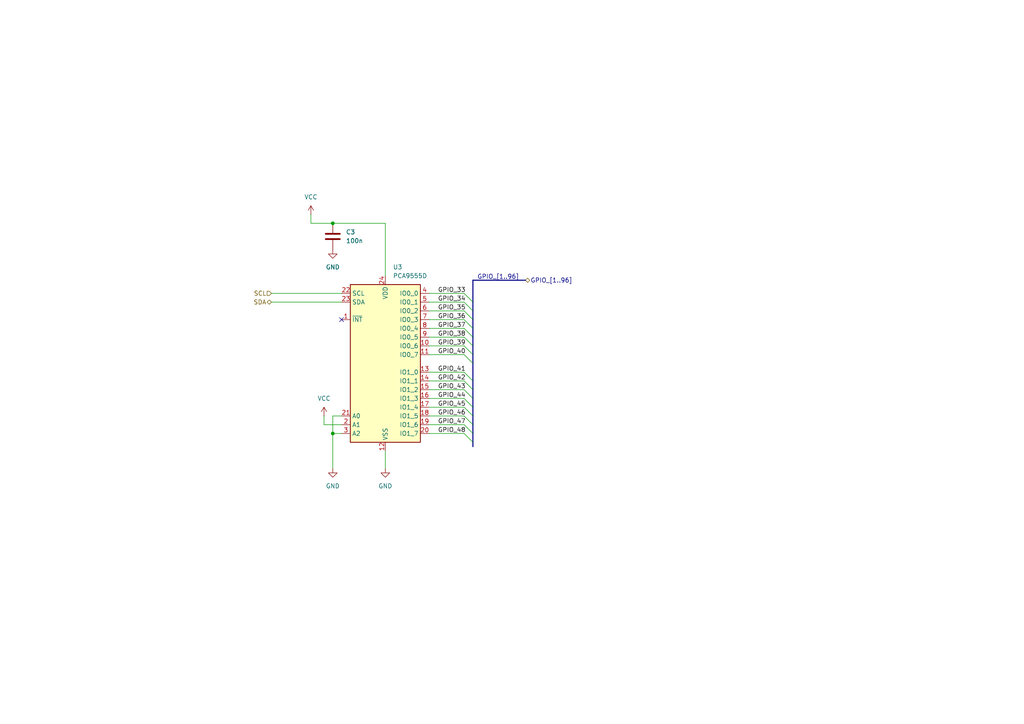
<source format=kicad_sch>
(kicad_sch (version 20231120) (generator "eeschema") (generator_version "8.0")
  (paper "A4")
  (lib_symbols
    (symbol "Device:C" (pin_numbers hide) (pin_names (offset 0.254))
      (property "Reference" "C" (at 0.635 2.54 0))
      (property "Value" "C" (at 0.635 -2.54 0))
      (symbol "C_0_1"
        (polyline (pts (xy -2.032 -0.762) (xy 2.032 -0.762)) (stroke (width 0.508)))
        (polyline (pts (xy -2.032 0.762) (xy 2.032 0.762)) (stroke (width 0.508)))
      )
      (symbol "C_1_1"
        (pin passive line (at 0 3.81 270) (length 2.794) (name "~") (number "1"))
        (pin passive line (at 0 -3.81 90) (length 2.794) (name "~") (number "2"))
      )
    )
    (symbol "Interface_Expansion:PCA9555D"
      (property "Reference" "U" (at -8.89 24.13 0))
      (property "Value" "PCA9555D" (at 6.35 24.13 0))
      (symbol "PCA9555D_0_1"
        (rectangle (start -10.16 22.86) (end 10.16 -22.86) (stroke (width 0.254)) (fill (type background)))
      )
      (symbol "PCA9555D_1_1"
        (pin open_collector line (at -12.7 12.7 0) (length 2.54) (name "~{INT}") (number "1"))
        (pin bidirectional line (at 12.7 5.08 180) (length 2.54) (name "IO0_6") (number "10"))
        (pin bidirectional line (at 12.7 2.54 180) (length 2.54) (name "IO0_7") (number "11"))
        (pin power_in line (at 0 -25.4 90) (length 2.54) (name "VSS") (number "12"))
        (pin bidirectional line (at 12.7 -2.54 180) (length 2.54) (name "IO1_0") (number "13"))
        (pin bidirectional line (at 12.7 -5.08 180) (length 2.54) (name "IO1_1") (number "14"))
        (pin bidirectional line (at 12.7 -7.62 180) (length 2.54) (name "IO1_2") (number "15"))
        (pin bidirectional line (at 12.7 -10.16 180) (length 2.54) (name "IO1_3") (number "16"))
        (pin bidirectional line (at 12.7 -12.7 180) (length 2.54) (name "IO1_4") (number "17"))
        (pin bidirectional line (at 12.7 -15.24 180) (length 2.54) (name "IO1_5") (number "18"))
        (pin bidirectional line (at 12.7 -17.78 180) (length 2.54) (name "IO1_6") (number "19"))
        (pin input line (at -12.7 -17.78 0) (length 2.54) (name "A1") (number "2"))
        (pin bidirectional line (at 12.7 -20.32 180) (length 2.54) (name "IO1_7") (number "20"))
        (pin input line (at -12.7 -15.24 0) (length 2.54) (name "A0") (number "21"))
        (pin input line (at -12.7 20.32 0) (length 2.54) (name "SCL") (number "22"))
        (pin bidirectional line (at -12.7 17.78 0) (length 2.54) (name "SDA") (number "23"))
        (pin power_in line (at 0 25.4 270) (length 2.54) (name "VDD") (number "24"))
        (pin input line (at -12.7 -20.32 0) (length 2.54) (name "A2") (number "3"))
        (pin bidirectional line (at 12.7 20.32 180) (length 2.54) (name "IO0_0") (number "4"))
        (pin bidirectional line (at 12.7 17.78 180) (length 2.54) (name "IO0_1") (number "5"))
        (pin bidirectional line (at 12.7 15.24 180) (length 2.54) (name "IO0_2") (number "6"))
        (pin bidirectional line (at 12.7 12.7 180) (length 2.54) (name "IO0_3") (number "7"))
        (pin bidirectional line (at 12.7 10.16 180) (length 2.54) (name "IO0_4") (number "8"))
        (pin bidirectional line (at 12.7 7.62 180) (length 2.54) (name "IO0_5") (number "9"))
      )
    )
    (symbol "power:GND" (power) (pin_numbers hide) (pin_names (offset 0) hide)
      (property "Value" "GND" (at 0 -3.81 0))
      (symbol "GND_0_1"
        (polyline (pts (xy 0 0) (xy 0 -1.27) (xy 1.27 -1.27) (xy 0 -2.54) (xy -1.27 -1.27) (xy 0 -1.27)))
      )
      (symbol "GND_1_1"
        (pin power_in line (at 0 0 270) (length 0) (name "~") (number "1"))
      )
    )
    (symbol "power:VCC" (power) (pin_numbers hide) (pin_names (offset 0) hide)
      (property "Value" "VCC" (at 0 3.556 0))
      (symbol "VCC_0_1"
        (polyline (pts (xy -0.762 1.27) (xy 0 2.54)))
        (polyline (pts (xy 0 0) (xy 0 2.54)))
        (polyline (pts (xy 0 2.54) (xy 0.762 1.27)))
      )
      (symbol "VCC_1_1"
        (pin power_in line (at 0 0 90) (length 0) (name "~") (number "1"))
      )
    )
  )
  (junction (at 96.52 64.77))
  (junction (at 96.52 125.73))
  (no_connect (at 99.06 92.71))
  (bus_entry (at 134.62 87.63) (size 2.54 2.54))
  (bus_entry (at 134.62 107.95) (size 2.54 2.54))
  (bus_entry (at 134.62 102.87) (size 2.54 2.54))
  (bus_entry (at 134.62 110.49) (size 2.54 2.54))
  (bus_entry (at 134.62 85.09) (size 2.54 2.54))
  (bus_entry (at 134.62 113.03) (size 2.54 2.54))
  (bus_entry (at 134.62 100.33) (size 2.54 2.54))
  (bus_entry (at 134.62 115.57) (size 2.54 2.54))
  (bus_entry (at 134.62 123.19) (size 2.54 2.54))
  (bus_entry (at 134.62 92.71) (size 2.54 2.54))
  (bus_entry (at 134.62 125.73) (size 2.54 2.54))
  (bus_entry (at 134.62 118.11) (size 2.54 2.54))
  (bus_entry (at 134.62 97.79) (size 2.54 2.54))
  (bus_entry (at 134.62 95.25) (size 2.54 2.54))
  (bus_entry (at 134.62 90.17) (size 2.54 2.54))
  (bus_entry (at 134.62 120.65) (size 2.54 2.54))
  (bus (pts (xy 137.16 102.87) (xy 137.16 105.41)))
  (wire (pts (xy 111.76 130.81) (xy 111.76 135.89)))
  (bus (pts (xy 137.16 120.65) (xy 137.16 123.19)))
  (wire (pts (xy 90.17 64.77) (xy 90.17 62.23)))
  (wire (pts (xy 78.74 85.09) (xy 99.06 85.09)))
  (wire (pts (xy 124.46 107.95) (xy 134.62 107.95)))
  (wire (pts (xy 124.46 120.65) (xy 134.62 120.65)))
  (bus (pts (xy 137.16 125.73) (xy 137.16 128.27)))
  (bus (pts (xy 137.16 110.49) (xy 137.16 113.03)))
  (wire (pts (xy 124.46 85.09) (xy 134.62 85.09)))
  (wire (pts (xy 124.46 110.49) (xy 134.62 110.49)))
  (wire (pts (xy 124.46 95.25) (xy 134.62 95.25)))
  (wire (pts (xy 99.06 123.19) (xy 93.98 123.19)))
  (wire (pts (xy 78.74 87.63) (xy 99.06 87.63)))
  (bus (pts (xy 137.16 113.03) (xy 137.16 115.57)))
  (wire (pts (xy 111.76 64.77) (xy 96.52 64.77)))
  (wire (pts (xy 124.46 102.87) (xy 134.62 102.87)))
  (bus (pts (xy 137.16 92.71) (xy 137.16 95.25)))
  (wire (pts (xy 111.76 80.01) (xy 111.76 64.77)))
  (wire (pts (xy 124.46 118.11) (xy 134.62 118.11)))
  (bus (pts (xy 137.16 81.28) (xy 137.16 87.63)))
  (bus (pts (xy 137.16 95.25) (xy 137.16 97.79)))
  (bus (pts (xy 137.16 97.79) (xy 137.16 100.33)))
  (wire (pts (xy 99.06 125.73) (xy 96.52 125.73)))
  (wire (pts (xy 124.46 123.19) (xy 134.62 123.19)))
  (bus (pts (xy 137.16 118.11) (xy 137.16 120.65)))
  (bus (pts (xy 137.16 115.57) (xy 137.16 118.11)))
  (wire (pts (xy 96.52 125.73) (xy 96.52 135.89)))
  (wire (pts (xy 124.46 113.03) (xy 134.62 113.03)))
  (wire (pts (xy 96.52 120.65) (xy 96.52 125.73)))
  (wire (pts (xy 124.46 87.63) (xy 134.62 87.63)))
  (wire (pts (xy 124.46 115.57) (xy 134.62 115.57)))
  (bus (pts (xy 137.16 87.63) (xy 137.16 90.17)))
  (wire (pts (xy 96.52 64.77) (xy 90.17 64.77)))
  (wire (pts (xy 93.98 123.19) (xy 93.98 120.65)))
  (wire (pts (xy 99.06 120.65) (xy 96.52 120.65)))
  (wire (pts (xy 124.46 97.79) (xy 134.62 97.79)))
  (wire (pts (xy 124.46 92.71) (xy 134.62 92.71)))
  (wire (pts (xy 124.46 90.17) (xy 134.62 90.17)))
  (wire (pts (xy 124.46 100.33) (xy 134.62 100.33)))
  (bus (pts (xy 137.16 90.17) (xy 137.16 92.71)))
  (bus (pts (xy 152.4 81.28) (xy 137.16 81.28)))
  (bus (pts (xy 137.16 105.41) (xy 137.16 110.49)))
  (bus (pts (xy 137.16 123.19) (xy 137.16 125.73)))
  (bus (pts (xy 137.16 100.33) (xy 137.16 102.87)))
  (wire (pts (xy 124.46 125.73) (xy 134.62 125.73)))
  (bus (pts (xy 137.16 128.27) (xy 137.16 129.54)))
  (label "GPIO_41" (at 127 107.95 0))
  (label "GPIO_35" (at 127 90.17 0))
  (label "GPIO_42" (at 127 110.49 0))
  (label "GPIO_48" (at 127 125.73 0))
  (label "GPIO_40" (at 127 102.87 0))
  (label "GPIO_34" (at 127 87.63 0))
  (label "GPIO_47" (at 127 123.19 0))
  (label "GPIO_44" (at 127 115.57 0))
  (label "GPIO_33" (at 127 85.09 0))
  (label "GPIO_36" (at 127 92.71 0))
  (label "GPIO_39" (at 127 100.33 0))
  (label "GPIO_45" (at 127 118.11 0))
  (label "GPIO_[1..96]" (at 138.43 81.28 0))
  (label "GPIO_46" (at 127 120.65 0))
  (label "GPIO_38" (at 127 97.79 0))
  (label "GPIO_43" (at 127 113.03 0))
  (label "GPIO_37" (at 127 95.25 0))
  (hierarchical_label "SDA" (shape bidirectional) (at 78.74 87.63 180))
  (hierarchical_label "GPIO_[1..96]" (shape bidirectional) (at 152.4 81.28 0))
  (hierarchical_label "SCL" (shape input) (at 78.74 85.09 180))
  (symbol (lib_id "power:VCC") (at 93.98 120.65 0) (unit 1)
    (property "Reference" "#PWR04" (effects (hide yes)))
    (property "Value" "VCC" (at 93.98 115.57 0))
    (property "Description" "Power symbol creates a global label with name \"VCC\"" (effects (hide yes)))
  )
  (symbol (lib_id "Interface_Expansion:PCA9555D") (at 111.76 105.41 0) (unit 1)
    (property "Reference" "U3" (at 113.9541 77.47 0) (effects (justify left)))
    (property "Value" "PCA9555D" (at 113.9541 80.01 0) (effects (justify left)))
    (property "Footprint" "Package_SO:SOIC-24W_7.5x15.4mm_P1.27mm" (effects (hide yes)))
    (property "Datasheet" "https://www.nxp.com/docs/en/data-sheet/PCA9555.pdf" (effects (hide yes)))
    (property "Description" "IO expander 16 GPIO, I2C 400kHz, Interrupt, 2.3 - 5.5V, SOIC-24" (effects (hide yes)))
  )
  (symbol (lib_id "power:GND") (at 111.76 135.89 0) (unit 1)
    (property "Reference" "#PWR09" (effects (hide yes)))
    (property "Value" "GND" (at 111.76 140.97 0))
    (property "Description" "Power symbol creates a global label with name \"GND\" , ground" (effects (hide yes)))
  )
  (symbol (lib_id "power:GND") (at 96.52 72.39 0) (unit 1)
    (property "Reference" "#PWR07" (effects (hide yes)))
    (property "Value" "GND" (at 96.52 77.47 0))
    (property "Description" "Power symbol creates a global label with name \"GND\" , ground" (effects (hide yes)))
  )
  (symbol (lib_id "Device:C") (at 96.52 68.58 0) (unit 1)
    (property "Reference" "C3" (at 100.33 67.3099 0) (effects (justify left)))
    (property "Value" "100n" (at 100.33 69.8499 0) (effects (justify left)))
    (property "Footprint" "Capacitor_SMD:C_0603_1608Metric_Pad1.08x0.95mm_HandSolder" (effects (hide yes)))
    (property "Description" "Unpolarized capacitor" (effects (hide yes)))
  )
  (symbol (lib_id "power:GND") (at 96.52 135.89 0) (unit 1)
    (property "Reference" "#PWR08" (effects (hide yes)))
    (property "Value" "GND" (at 96.52 140.97 0))
    (property "Description" "Power symbol creates a global label with name \"GND\" , ground" (effects (hide yes)))
  )
  (symbol (lib_id "power:VCC") (at 90.17 62.23 0) (unit 1)
    (property "Reference" "#PWR02" (effects (hide yes)))
    (property "Value" "VCC" (at 90.17 57.15 0))
    (property "Description" "Power symbol creates a global label with name \"VCC\"" (effects (hide yes)))
  )
)
</source>
